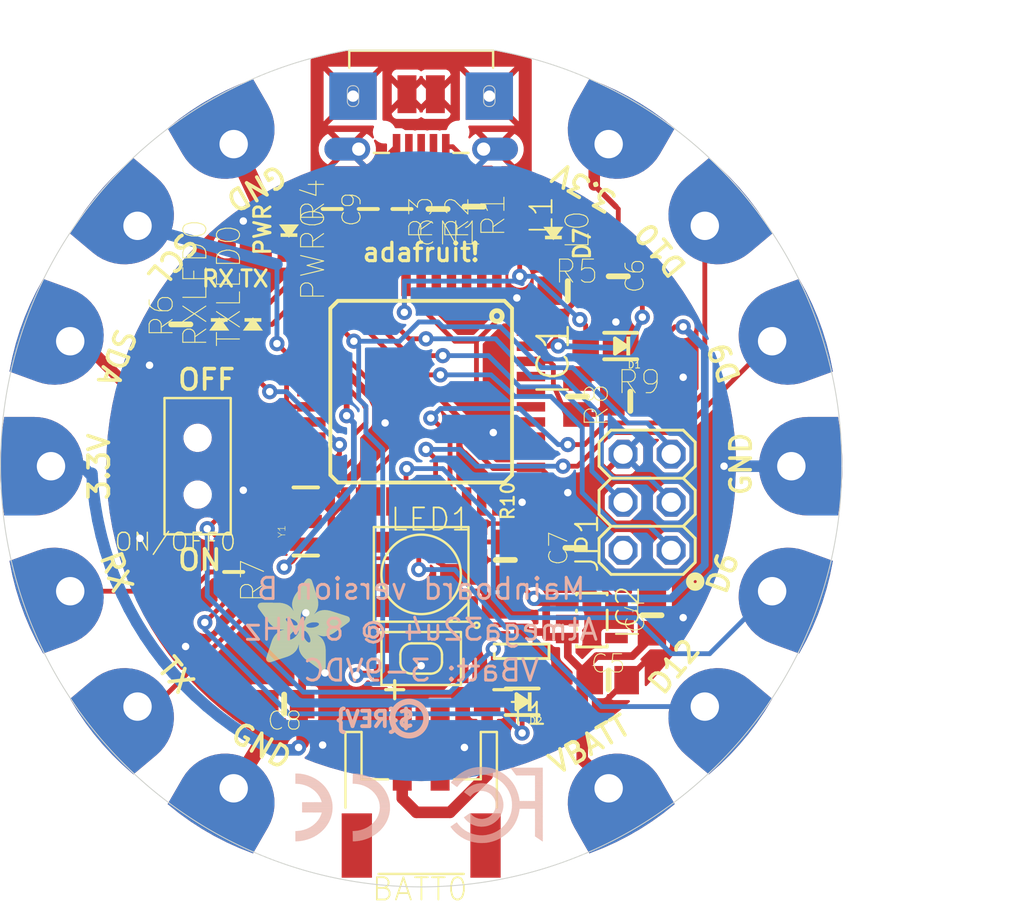
<source format=kicad_pcb>
(kicad_pcb (version 20221018) (generator pcbnew)
  (layers (0 "F.Cu" signal) (1 "In1.Cu" signal) (2 "In2.Cu" signal) (3 "In3.Cu" signal) (4 "In4.Cu" signal) (5 "In5.Cu" signal) (6 "In6.Cu" signal) (7 "In7.Cu" signal) (8 "In8.Cu" signal) (9 "In9.Cu" signal) (10 "In10.Cu" signal) (11 "In11.Cu" signal) (12 "In12.Cu" signal) (13 "In13.Cu" signal) (14 "In14.Cu" signal) (31 "B.Cu" signal) (34 "B.Paste" user) (35 "F.Paste" user) (36 "B.SilkS" user "B.Silkscreen") (37 "F.SilkS" user "F.Silkscreen") (38 "B.Mask" user) (39 "F.Mask" user) (44 "Edge.Cuts" user))
  (net 0 "")
  (net 1 "N$3")
  (net 2 "N$4")
  (net 3 "GND")
  (net 4 "+5V")
  (net 5 "MOSI")
  (net 6 "MISO")
  (net 7 "SCK")
  (net 8 "RST")
  (net 9 "N$9")
  (net 10 "N$8")
  (net 11 "+3V3")
  (net 12 "N$1")
  (net 13 "PC6")
  (net 14 "PC7")
  (net 15 "IO10*")
  (net 16 "IO9*")
  (net 17 "RXLED/SS")
  (net 18 "TXLED")
  (net 19 "D1/TX")
  (net 20 "D0/RX")
  (net 21 "PD1")
  (net 22 "PD0")
  (net 23 "N$10")
  (net 24 "D7")
  (net 25 "N$2")
  (net 26 "N$5")
  (net 27 "VCC")
  (net 28 "VBUS")
  (net 29 "N$7")
  (net 30 "N$11")
  (net 31 "N$12")
  (net 32 "N$6")
  (net 33 "N$13")
  (net 34 "D6*")
  (net 35 "IO12*")
  (net 36 "A5")
  (net 37 "N$14")
  (net 38 "N$15")
  (net 39 "NEOPIX")
  (footprint "working:CHIPLED_0805_NOOUTLINE" (layer "F.Cu") (at 139.6111 97.3836)
    (fp_text reference "TXLED0")
    (fp_text value "YELLOW")
  )
  (footprint "working:0805-NO" (layer "F.Cu") (at 151.2951 91.1606 -90)
    (fp_text reference "R1")
    (fp_text value "22")
  )
  (footprint "working:EG1390" (layer "F.Cu") (at 136.6901 104.8766 90)
    (fp_text reference "ON/OFF0")
    (fp_text value "EG1390")
  )
  (footprint "working:_0805MP" (layer "F.Cu") (at 143.8021 91.2876 90)
    (fp_text reference "R4")
    (fp_text value "1K")
  )
  (footprint "working:SOT23-5L" (layer "F.Cu") (at 157.5181 113.0046 -90)
    (fp_text reference "IC2")
    (fp_text value "MIC5225-3.3V")
  )
  (footprint "working:SEWINGTAP_2.0" (layer "F.Cu") (at 133.5151 117.5766 130)
    (fp_text reference "TX0" hide)
    (fp_text value "SEWTAP-2.0IN" hide)
  )
  (footprint "working:0805-NO" (layer "F.Cu") (at 158.9151 94.8436 -90)
    (fp_text reference "C6")
    (fp_text value "10uF")
  )
  (footprint "working:CHIPLED_0805_NOOUTLINE" (layer "F.Cu") (at 137.8331 97.3836)
    (fp_text reference "RXLED0")
    (fp_text value "YELLOW")
  )
  (footprint "working:0805-NO" (layer "F.Cu") (at 160.6931 112.7506 90)
    (fp_text reference "C4")
    (fp_text value "10uF")
  )
  (footprint "working:0805-NO" (layer "F.Cu") (at 141.2621 117.4496 180)
    (fp_text reference "C8")
    (fp_text value "10uF")
  )
  (footprint "working:FIDUCIAL_1MM" (layer "F.Cu") (at 138.3411 116.3066)
    (fp_text reference "U$2" hide)
    (fp_text value "FIDUCIAL\"\"" hide)
  )
  (footprint "working:SEWINGTAP_2.0" (layer "F.Cu") (at 129.9591 111.4806 110)
    (fp_text reference "RX0" hide)
    (fp_text value "SEWTAP-2.0IN" hide)
  )
  (footprint "working:ADAFRUIT_5MM" (layer "F.Cu") (at 139.8651 115.6716)
    (fp_text reference "U$1" hide)
    (fp_text value "" hide)
  )
  (footprint "working:SEWINGTAP_2.0" (layer "F.Cu") (at 128.9431 104.8766 90)
    (fp_text reference "UNK3.3VTAP0" hide)
    (fp_text value "SEWTAP-2.0IN" hide)
  )
  (footprint "working:SEWINGTAP_2.0" (layer "F.Cu") (at 158.4071 87.8586 -30)
    (fp_text reference "UNK3V3TAP2" hide)
    (fp_text value "SEWTAP-2.0IN" hide)
  )
  (footprint "working:RESONATOR-SMD" (layer "F.Cu") (at 142.4051 107.7976 90)
    (fp_text reference "Y1")
    (fp_text value "8MHz")
  )
  (footprint "working:SEWINGTAP_2.0" (layer "F.Cu") (at 158.4071 121.8946 -150)
    (fp_text reference "VCC2" hide)
    (fp_text value "SEWTAP-2.0IN" hide)
  )
  (footprint "working:SEWINGTAP_2.0" (layer "F.Cu") (at 168.0591 104.8766 -90)
    (fp_text reference "GNDTAP0" hide)
    (fp_text value "SEWTAP-2.0IN" hide)
  )
  (footprint "working:SEWINGTAP_2.0" (layer "F.Cu") (at 138.5951 121.8946 150)
    (fp_text reference "GNDTAP2" hide)
    (fp_text value "SEWTAP-2.0IN" hide)
  )
  (footprint "working:FIDUCIAL_1MM" (layer "F.Cu") (at 138.2141 93.1926)
    (fp_text reference "U$3" hide)
    (fp_text value "FIDUCIAL\"\"" hide)
  )
  (footprint "working:_0805MP" (layer "F.Cu") (at 138.5951 110.4646 -90)
    (fp_text reference "R7")
    (fp_text value "10K")
  )
  (footprint "working:2X03" (layer "F.Cu") (at 160.4391 106.7816 90)
    (fp_text reference "JP1")
    (fp_text value "ICSP")
  )
  (footprint "working:SEWINGTAP_2.0" (layer "F.Cu") (at 129.9591 98.2726 70)
    (fp_text reference "SDA0" hide)
    (fp_text value "SEWTAP-2.0IN" hide)
  )
  (footprint "working:0805-NO" (layer "F.Cu") (at 156.7561 101.1936 -90)
    (fp_text reference "R8")
    (fp_text value "150K")
  )
  (footprint "working:SEWINGTAP_2.0" (layer "F.Cu") (at 138.5951 87.8586 30)
    (fp_text reference "GND3TAP0" hide)
    (fp_text value "SEWTAP-2.0IN" hide)
  )
  (footprint "working:SEWINGTAP_2.0" (layer "F.Cu") (at 167.0431 111.4806 -110)
    (fp_text reference "D6" hide)
    (fp_text value "SEWTAP-2.0IN" hide)
  )
  (footprint "working:SEWINGTAP_2.0" (layer "F.Cu") (at 167.0431 98.2726 -70)
    (fp_text reference "IO9" hide)
    (fp_text value "SEWTAP-2.0IN" hide)
  )
  (footprint "working:SOD-123" (layer "F.Cu") (at 153.8351 117.3226 180)
    (fp_text reference "D2")
    (fp_text value "SCHOTTKY")
  )
  (footprint "working:4UCONN_20329" (layer "F.Cu") (at 148.5011 87.2236 180)
    (fp_text reference "CN1")
    (fp_text value "MiniB USB")
    (fp_line (start -3.9 2.2) (end -3.9 1.6) (stroke (width 0.05)) (layer "Edge.Cuts"))
    (fp_line (start -3.3 1.6) (end -3.3 2.2) (stroke (width 0.05)) (layer "Edge.Cuts"))
    (fp_line (start 3.3 2.2) (end 3.3 1.6) (stroke (width 0.05)) (layer "Edge.Cuts"))
    (fp_line (start 3.9 1.6) (end 3.9 2.2) (stroke (width 0.05)) (layer "Edge.Cuts"))
    (fp_arc (start -3.9 1.6) (mid -3.801777 1.412868) (end -3.6 1.35) (stroke (width 0.05)) (layer "Edge.Cuts"))
    (fp_arc (start -3.6 1.35) (mid -3.398223 1.412868) (end -3.3 1.6) (stroke (width 0.05)) (layer "Edge.Cuts"))
    (fp_arc (start -3.6 2.45) (mid -3.801777 2.387132) (end -3.9 2.2) (stroke (width 0.05)) (layer "Edge.Cuts"))
    (fp_arc (start -3.3 2.2) (mid -3.398223 2.387132) (end -3.6 2.45) (stroke (width 0.05)) (layer "Edge.Cuts"))
    (fp_arc (start 3.3 1.6) (mid 3.398223 1.412868) (end 3.6 1.35) (stroke (width 0.05)) (layer "Edge.Cuts"))
    (fp_arc (start 3.6 1.35) (mid 3.801777 1.412868) (end 3.9 1.6) (stroke (width 0.05)) (layer "Edge.Cuts"))
    (fp_arc (start 3.6 2.45) (mid 3.398223 2.387132) (end 3.3 2.2) (stroke (width 0.05)) (layer "Edge.Cuts"))
    (fp_arc (start 3.9 2.2) (mid 3.801777 2.387132) (end 3.6 2.45) (stroke (width 0.05)) (layer "Edge.Cuts"))
  )
  (footprint "working:WS2812" (layer "F.Cu") (at 148.5011 110.5916)
    (fp_text reference "LED1")
    (fp_text value "WS2812")
  )
  (footprint "working:KMR2" (layer "F.Cu") (at 148.5011 115.0366 180)
    (fp_text reference "BOOT0" hide)
    (fp_text value "SPST_TACT-KMR2" hide)
  )
  (footprint "working:_0805MP" (layer "F.Cu") (at 145.7071 91.2876 90)
    (fp_text reference "C9")
    (fp_text value "10uF")
  )
  (footprint "working:0805-NO" (layer "F.Cu") (at 159.5501 101.4476)
    (fp_text reference "R9")
    (fp_text value "10K")
  )
  (footprint "working:0805-NO" (layer "F.Cu") (at 156.2481 95.6056)
    (fp_text reference "R5")
    (fp_text value "1K")
  )
  (footprint "working:_0805MP" (layer "F.Cu") (at 147.4851 91.2876 -90)
    (fp_text reference "R3")
    (fp_text value "1K")
  )
  (footprint "working:CHIPLED_0805_NOOUTLINE" (layer "F.Cu") (at 155.4861 92.5576 180)
    (fp_text reference "L0")
    (fp_text value "RED")
  )
  (footprint "working:SEWINGTAP_2.0" (layer "F.Cu") (at 133.5151 92.1766 50)
    (fp_text reference "SCL0" hide)
    (fp_text value "SEWTAP-2.0IN" hide)
  )
  (footprint "working:SOD-123" (layer "F.Cu") (at 159.0421 98.5266 180)
    (fp_text reference "D1")
    (fp_text value "SCHOTTKY")
  )
  (footprint "working:JST-PH-2-SMT-RA" (layer "F.Cu") (at 148.5011 123.4186 180)
    (fp_text reference "BATT0")
    (fp_text value "3-9VDC")
  )
  (footprint "working:FIDUCIAL_1MM" (layer "F.Cu") (at 161.4551 96.2406)
    (fp_text reference "U$6" hide)
    (fp_text value "FIDUCIAL\"\"" hide)
  )
  (footprint "working:CHIPLED_0805_NOOUTLINE" (layer "F.Cu") (at 141.5161 92.4306 180)
    (fp_text reference "PWR0")
    (fp_text value "GREEN")
  )
  (footprint "working:0805-NO" (layer "F.Cu") (at 135.8011 97.3836 90)
    (fp_text reference "R6")
    (fp_text value "1K")
  )
  (footprint "working:0805-NO" (layer "F.Cu") (at 152.9461 109.8296 90)
    (fp_text reference "R10")
    (fp_text value "2.2K")
  )
  (footprint "working:R1206" (layer "F.Cu") (at 153.7081 91.9226 -90)
    (fp_text reference "L1")
    (fp_text value "500mA")
  )
  (footprint "working:0805-NO" (layer "F.Cu") (at 149.3901 91.2876 -90)
    (fp_text reference "R2")
    (fp_text value "22")
  )
  (footprint "working:SEWINGTAP_2.0" (layer "F.Cu") (at 163.4871 117.5766 -130)
    (fp_text reference "IO12" hide)
    (fp_text value "SEWTAP-2.0IN" hide)
  )
  (footprint "working:0805-NO" (layer "F.Cu") (at 156.6291 109.1946 90)
    (fp_text reference "C7")
    (fp_text value "10uF")
  )
  (footprint "working:SOT-23" (layer "F.Cu") (at 153.8351 114.6556 180)
    (fp_text reference "T1")
    (fp_text value "DMG3415")
  )
  (footprint "working:0805-NO" (layer "F.Cu") (at 158.4071 116.1796)
    (fp_text reference "C5")
    (fp_text value "10uF")
  )
  (footprint "working:SEWINGTAP_2.0" (layer "F.Cu") (at 163.4871 92.1766 -50)
    (fp_text reference "IO10" hide)
    (fp_text value "SEWTAP-2.0IN" hide)
  )
  (footprint "working:TQFP44" (layer "F.Cu") (at 148.5011 100.9396 -90)
    (fp_text reference "IC1")
    (fp_text value "ATMEGA32U4-AU")
  )
  (footprint "working:SYMBOL_CE_5MM" (layer "B.Cu") (at 146.8501 124.6886 180)
    (fp_text reference "U$8" hide)
    (fp_text value "" hide)
  )
  (footprint "working:PCBFEAT-REV-040" (layer "B.Cu") (at 147.8661 118.2116 180)
    (fp_text reference "U$5" hide)
    (fp_text value "" hide)
  )
  (footprint "working:SYMBOL_FCC_5MM" (layer "B.Cu") (at 154.9781 124.8156 180)
    (fp_text reference "U$7" hide)
    (fp_text value "" hide)
  )
  (footprint "working:FLORAMED" (layer "B.Cu") (at 160.1851 102.9716 180)
    (fp_text reference "U$4" hide)
    (fp_text value "" hide)
  )
  (gr_circle (center 162.9791 110.9726) (end 163.263 110.9726) (stroke (width 0.4064)) (fill none) (layer "F.SilkS"))
  (gr_arc (start 152.4381 82.9056) (mid 165.580495 90.562956) (end 170.7261 104.8766) (stroke (width 0.05)) (layer "Edge.Cuts"))
  (gr_line (start 144.5641 82.9056) (end 152.4381 82.9056) (stroke (width 0.05)) (layer "Edge.Cuts"))
  (gr_arc (start 126.2761 104.8766) (mid 131.421705 90.562956) (end 144.5641 82.9056) (stroke (width 0.05)) (layer "Edge.Cuts"))
  (gr_arc (start 170.7261 104.8766) (mid 164.216548 120.592048) (end 148.5011 127.1016) (stroke (width 0.05)) (layer "Edge.Cuts"))
  (gr_arc (start 148.5011 127.1016) (mid 132.785652 120.592048) (end 126.2761 104.8766) (stroke (width 0.05)) (layer "Edge.Cuts"))
  (gr_text "Atmega32u4 @ 8 MHz" (at 148.5011 113.5126) (layer "B.SilkS") (effects (font (size 1.1176 1.1176) (thickness 0.1524)) (justify mirror)))
  (gr_text "Mainboard version B" (at 148.5011 111.3536) (layer "B.SilkS") (effects (font (size 1.1176 1.1176) (thickness 0.1524)) (justify mirror)))
  (gr_text "VBatt: 3-9VDC" (at 148.5011 115.6716) (layer "B.SilkS") (effects (font (size 1.1176 1.1176) (thickness 0.1524)) (justify mirror)))
  (gr_text "RX" (at 136.8171 95.4786) (layer "F.SilkS") (effects (font (size 0.8636 0.8636) (thickness 0.1524)) (justify left bottom)))
  (gr_text "GND" (at 141.8971 119.9896 330) (layer "F.SilkS") (effects (font (size 1.0795 1.0795) (thickness 0.1905)) (justify right top)))
  (gr_text "D6" (at 164.2491 109.1946 70) (layer "F.SilkS") (effects (font (size 1.0795 1.0795) (thickness 0.1905)) (justify right top)))
  (gr_text "PWR" (at 140.6271 93.8276 90) (layer "F.SilkS") (effects (font (size 0.8636 0.8636) (thickness 0.1524)) (justify left bottom)))
  (gr_text "D9" (at 165.5191 100.3046 110) (layer "F.SilkS") (effects (font (size 1.0795 1.0795) (thickness 0.1905)) (justify left bottom)))
  (gr_text "GND" (at 166.0271 106.5276 90) (layer "F.SilkS") (effects (font (size 1.0795 1.0795) (thickness 0.1905)) (justify left bottom)))
  (gr_text "VBATT" (at 159.1691 117.8306 30) (layer "F.SilkS") (effects (font (size 1.0795 1.0795) (thickness 0.1905)) (justify right top)))
  (gr_text "ON" (at 135.5471 110.4646) (layer "F.SilkS") (effects (font (size 1.0795 1.0795) (thickness 0.1905)) (justify left bottom)))
  (gr_text "TX" (at 138.8491 95.4786) (layer "F.SilkS") (effects (font (size 0.8636 0.8636) (thickness 0.1524)) (justify left bottom)))
  (gr_text "3.3V" (at 132.1181 106.7816 90) (layer "F.SilkS") (effects (font (size 1.0795 1.0795) (thickness 0.1905)) (justify left bottom)))
  (gr_text "SCL" (at 135.9281 92.3036 230) (layer "F.SilkS") (effects (font (size 1.0795 1.0795) (thickness 0.1905)) (justify left bottom)))
  (gr_text "OFF" (at 135.5471 100.9396) (layer "F.SilkS") (effects (font (size 1.0795 1.0795) (thickness 0.1905)) (justify left bottom)))
  (gr_text "D12" (at 162.4711 113.7666 50) (layer "F.SilkS") (effects (font (size 1.0795 1.0795) (thickness 0.1905)) (justify right top)))
  (gr_text "D7" (at 156.5021 92.1766 90) (layer "F.SilkS") (effects (font (size 0.8636 0.8636) (thickness 0.1524)) (justify right top)))
  (gr_text "RX" (at 133.3881 111.3536 290) (layer "F.SilkS") (effects (font (size 1.0795 1.0795) (thickness 0.1905)) (justify right top)))
  (gr_text "TX" (at 136.6901 116.3066 310) (layer "F.SilkS") (effects (font (size 1.0795 1.0795) (thickness 0.1905)) (justify right top)))
  (gr_text "GND" (at 141.0081 88.7476 210) (layer "F.SilkS") (effects (font (size 1.0795 1.0795) (thickness 0.1905)) (justify left bottom)))
  (gr_text "3.3V" (at 159.0421 90.5256 150) (layer "F.SilkS") (effects (font (size 1.0795 1.0795) (thickness 0.1905)) (justify left bottom)))
  (gr_text "adafruit!" (at 148.5011 93.5736) (layer "F.SilkS") (effects (font (size 0.97155 0.97155) (thickness 0.17145))))
  (gr_text "SDA" (at 132.3721 97.3836 250) (layer "F.SilkS") (effects (font (size 1.0795 1.0795) (thickness 0.1905)) (justify left bottom)))
  (gr_text "D10" (at 162.7251 94.3356 130) (layer "F.SilkS") (effects (font (size 1.0795 1.0795) (thickness 0.1905)) (justify left bottom)))
  (segment (start 150.9011 92.3776) (end 151.2951 92.1106) (width 0.254) (layer "F.Cu") (net 1))
  (segment (start 151.2951 93.7006) (end 151.2951 92.1106) (width 0.254) (layer "F.Cu") (net 1))
  (segment (start 150.9011 95.1396) (end 150.9011 94.0946) (width 0.254) (layer "F.Cu") (net 1))
  (segment (start 150.9011 94.0946) (end 151.2951 93.7006) (width 0.254) (layer "F.Cu") (net 1))
  (segment (start 149.6441 92.4916) (end 149.3901 92.2376) (width 0.254) (layer "F.Cu") (net 2))
  (segment (start 149.6441 92.6846) (end 149.6441 92.4916) (width 0.254) (layer "F.Cu") (net 2))
  (segment (start 150.2791 93.3196) (end 150.2791 93.5736) (width 0.254) (layer "F.Cu") (net 2))
  (segment (start 150.2791 93.3196) (end 149.6441 92.6846) (width 0.254) (layer "F.Cu") (net 2))
  (segment (start 150.0251 93.8276) (end 150.0251 95.0636) (width 0.254) (layer "F.Cu") (net 2))
  (segment (start 150.2791 93.5736) (end 150.0251 93.8276) (width 0.254) (layer "F.Cu") (net 2))
  (segment (start 150.0251 95.0636) (end 150.1011 95.1396) (width 0.254) (layer "F.Cu") (net 2))
  (segment (start 138.5951 121.8946) (end 140.3731 118.9736) (width 0.8128) (layer "F.Cu") (net 3))
  (segment (start 138.5951 87.8586) (end 140.1191 91.1606) (width 1.016) (layer "F.Cu") (net 3))
  (segment (start 138.5951 87.8586) (end 139.4841 87.8586) (width 0.6096) (layer "F.Cu") (net 3))
  (segment (start 140.3731 119.1006) (end 140.3731 118.9736) (width 0.6096) (layer "F.Cu") (net 3))
  (segment (start 140.3731 118.9736) (end 140.3731 117.4496) (width 0.6096) (layer "F.Cu") (net 3))
  (segment (start 140.1191 91.1606) (end 139.1031 91.9226) (width 1.016) (layer "F.Cu") (net 3))
  (segment (start 140.3731 117.4496) (end 140.3121 117.4496) (width 0.6096) (layer "F.Cu") (net 3))
  (via (at 158.7881 97.2566) (size 0.8001) (drill 0.3937) (layers "F.Cu" "B.Cu") (net 3))
  (via (at 150.7871 119.7356) (size 0.8001) (drill 0.3937) (layers "F.Cu" "B.Cu") (net 3))
  (via (at 153.8351 106.7816) (size 0.8001) (drill 0.3937) (layers "F.Cu" "B.Cu") (net 3))
  (via (at 134.1501 99.5426) (size 0.8001) (drill 0.3937) (layers "F.Cu" "B.Cu") (net 3))
  (via (at 133.6421 108.6866) (size 0.8001) (drill 0.3937) (layers "F.Cu" "B.Cu") (net 3))
  (via (at 153.5557 95.9866) (size 0.8001) (drill 0.3937) (layers "F.Cu" "B.Cu") (net 3))
  (via (at 142.4051 112.6236) (size 0.8001) (drill 0.3937) (layers "F.Cu" "B.Cu") (net 3))
  (via (at 143.4211 115.7986) (size 0.8001) (drill 0.3937) (layers "F.Cu" "B.Cu") (net 3))
  (via (at 146.5961 102.5906) (size 0.8001) (drill 0.3937) (layers "F.Cu" "B.Cu") (net 3))
  (via (at 152.3111 103.0986) (size 0.8001) (drill 0.3937) (layers "F.Cu" "B.Cu") (net 3))
  (via (at 139.1031 106.1466) (size 0.8001) (drill 0.3937) (layers "F.Cu" "B.Cu") (net 3))
  (via (at 143.2941 119.6086) (size 0.8001) (drill 0.3937) (layers "F.Cu" "B.Cu") (net 3))
  (via (at 162.3441 112.8776) (size 0.8001) (drill 0.3937) (layers "F.Cu" "B.Cu") (net 3))
  (via (at 136.0551 114.4016) (size 0.8001) (drill 0.3937) (layers "F.Cu" "B.Cu") (net 3))
  (via (at 164.5031 104.8766) (size 0.8001) (drill 0.3937) (layers "F.Cu" "B.Cu") (net 3))
  (via (at 148.5011 115.4176) (size 0.8001) (drill 0.3937) (layers "F.Cu" "B.Cu") (net 3))
  (via (at 156.2481 106.2736) (size 0.8001) (drill 0.3937) (layers "F.Cu" "B.Cu") (net 3))
  (via (at 162.3441 100.1776) (size 0.8001) (drill 0.3937) (layers "F.Cu" "B.Cu") (net 3))
  (via (at 139.1031 91.9226) (size 0.8001) (drill 0.3937) (layers "F.Cu" "B.Cu") (net 3))
  (segment (start 164.7571 104.8766) (end 168.0591 104.8766) (width 0.6096) (layer "B.Cu") (net 3))
  (segment (start 147.7011 94.2976) (end 147.7011 95.1396) (width 0.254) (layer "F.Cu") (net 4))
  (segment (start 147.6121 95.1396) (end 147.6121 96.7486) (width 0.254) (layer "F.Cu") (net 4))
  (segment (start 157.1921 97.4386) (end 157.1921 98.5266) (width 0.254) (layer "F.Cu") (net 4))
  (segment (start 153.7081 94.8436) (end 153.7081 93.3446) (width 0.254) (layer "F.Cu") (net 4))
  (segment (start 156.8831 97.1296) (end 157.1921 97.4386) (width 0.254) (layer "F.Cu") (net 4))
  (segment (start 156.8831 98.2726) (end 157.1921 98.5266) (width 0.254) (layer "F.Cu") (net 4))
  (segment (start 147.7011 95.1396) (end 147.6121 95.1396) (width 0.254) (layer "F.Cu") (net 4))
  (segment (start 147.7011 94.2976) (end 145.7071 92.3036) (width 0.254) (layer "F.Cu") (net 4))
  (via (at 147.6121 96.7486) (size 0.8001) (drill 0.3937) (layers "F.Cu" "B.Cu") (net 4))
  (via (at 153.7081 94.8436) (size 0.8001) (drill 0.3937) (layers "F.Cu" "B.Cu") (net 4))
  (via (at 156.8831 97.1296) (size 0.8001) (drill 0.3937) (layers "F.Cu" "B.Cu") (net 4))
  (segment (start 147.6121 95.0976) (end 153.4541 95.0976) (width 0.254) (layer "B.Cu") (net 4))
  (segment (start 154.4701 94.8436) (end 156.8831 97.1296) (width 0.254) (layer "B.Cu") (net 4))
  (segment (start 153.8351 95.2246) (end 153.7081 94.8436) (width 0.254) (layer "B.Cu") (net 4))
  (segment (start 153.4541 95.0976) (end 153.8351 95.2246) (width 0.254) (layer "B.Cu") (net 4))
  (segment (start 153.7081 94.8436) (end 154.4701 94.8436) (width 0.254) (layer "B.Cu") (net 4))
  (segment (start 147.6121 96.7486) (end 147.6121 95.0976) (width 0.254) (layer "B.Cu") (net 4))
  (segment (start 145.3011 96.4696) (end 147.8661 99.0346) (width 0.254) (layer "F.Cu") (net 5))
  (segment (start 147.8661 99.0346) (end 149.6441 99.0346) (width 0.254) (layer "F.Cu") (net 5))
  (segment (start 145.3011 95.1396) (end 145.3011 96.4696) (width 0.254) (layer "F.Cu") (net 5))
  (via (at 149.6441 99.0346) (size 0.8001) (drill 0.3937) (layers "F.Cu" "B.Cu") (net 5))
  (segment (start 157.5181 102.4636) (end 155.7401 100.6856) (width 0.254) (layer "B.Cu") (net 5))
  (segment (start 153.7081 100.6856) (end 152.0571 99.0346) (width 0.254) (layer "B.Cu") (net 5))
  (segment (start 157.5181 105.1306) (end 159.1691 106.7816) (width 0.254) (layer "B.Cu") (net 5))
  (segment (start 155.7401 100.6856) (end 153.7081 100.6856) (width 0.254) (layer "B.Cu") (net 5))
  (segment (start 152.0571 99.0346) (end 149.6441 99.0346) (width 0.254) (layer "B.Cu") (net 5))
  (segment (start 157.5181 102.4636) (end 157.5181 105.1306) (width 0.254) (layer "B.Cu") (net 5))
  (segment (start 144.5011 95.1396) (end 144.4591 95.0976) (width 0.254) (layer "F.Cu") (net 6))
  (segment (start 144.4371 96.4946) (end 147.9931 100.0506) (width 0.254) (layer "F.Cu") (net 6))
  (segment (start 144.4591 95.0976) (end 144.4371 95.0976) (width 0.254) (layer "F.Cu") (net 6))
  (segment (start 144.4371 95.0976) (end 144.4371 96.4946) (width 0.254) (layer "F.Cu") (net 6))
  (segment (start 147.9931 100.0506) (end 149.5171 100.0506) (width 0.254) (layer "F.Cu") (net 6))
  (via (at 149.5171 100.0506) (size 0.8001) (drill 0.3937) (layers "F.Cu" "B.Cu") (net 6))
  (segment (start 157.0101 106.2736) (end 158.7881 108.0516) (width 0.254) (layer "B.Cu") (net 6))
  (segment (start 158.7881 108.0516) (end 160.5661 108.0516) (width 0.254) (layer "B.Cu") (net 6))
  (segment (start 157.0101 102.8446) (end 155.3591 101.1936) (width 0.254) (layer "B.Cu") (net 6))
  (segment (start 161.7091 109.1946) (end 161.7091 109.3216) (width 0.254) (layer "B.Cu") (net 6))
  (segment (start 160.5661 108.0516) (end 161.7091 109.1946) (width 0.254) (layer "B.Cu") (net 6))
  (segment (start 157.0101 102.8446) (end 157.0101 106.2736) (width 0.254) (layer "B.Cu") (net 6))
  (segment (start 153.4541 101.1936) (end 152.1841 100.0506) (width 0.254) (layer "B.Cu") (net 6))
  (segment (start 155.3591 101.1936) (end 153.4541 101.1936) (width 0.254) (layer "B.Cu") (net 6))
  (segment (start 152.1841 100.0506) (end 149.5171 100.0506) (width 0.254) (layer "B.Cu") (net 6))
  (segment (start 146.1011 96.3806) (end 146.1011 95.1396) (width 0.254) (layer "F.Cu") (net 7))
  (segment (start 147.8661 98.1456) (end 146.1011 96.3806) (width 0.254) (layer "F.Cu") (net 7))
  (segment (start 148.7551 98.1456) (end 147.8661 98.1456) (width 0.254) (layer "F.Cu") (net 7))
  (via (at 148.7551 98.1456) (size 0.8001) (drill 0.3937) (layers "F.Cu" "B.Cu") (net 7))
  (segment (start 161.7091 106.6546) (end 161.7091 106.7816) (width 0.254) (layer "B.Cu") (net 7))
  (segment (start 148.7551 98.1456) (end 152.4381 98.1456) (width 0.254) (layer "B.Cu") (net 7))
  (segment (start 152.4381 98.1456) (end 154.3431 100.1776) (width 0.254) (layer "B.Cu") (net 7))
  (segment (start 155.9941 100.1776) (end 158.0261 102.2096) (width 0.254) (layer "B.Cu") (net 7))
  (segment (start 158.0261 102.2096) (end 158.0261 104.8766) (width 0.254) (layer "B.Cu") (net 7))
  (segment (start 158.0261 104.8766) (end 158.6611 105.5116) (width 0.254) (layer "B.Cu") (net 7))
  (segment (start 154.3431 100.1776) (end 155.9941 100.1776) (width 0.254) (layer "B.Cu") (net 7))
  (segment (start 158.6611 105.5116) (end 160.5661 105.5116) (width 0.254) (layer "B.Cu") (net 7))
  (segment (start 160.5661 105.5116) (end 161.7091 106.6546) (width 0.254) (layer "B.Cu") (net 7))
  (segment (start 149.6441 116.5606) (end 150.3681 115.8366) (width 0.3048) (layer "F.Cu") (net 8))
  (segment (start 150.5331 115.8366) (end 150.5011 115.8366) (width 0.3048) (layer "F.Cu") (net 8))
  (segment (start 147.2251 116.5606) (end 149.6441 116.5606) (width 0.3048) (layer "F.Cu") (net 8))
  (segment (start 145.0721 115.8366) (end 146.5011 115.8366) (width 0.3048) (layer "F.Cu") (net 8))
  (segment (start 145.0721 115.9256) (end 145.0721 115.8366) (width 0.3048) (layer "F.Cu") (net 8))
  (segment (start 150.3681 115.8366) (end 150.5011 115.8366) (width 0.3048) (layer "F.Cu") (net 8))
  (segment (start 150.5331 115.8366) (end 150.5331 115.9256) (width 0.3048) (layer "F.Cu") (net 8))
  (segment (start 146.5011 115.8366) (end 146.3421 115.8366) (width 0.3048) (layer "F.Cu") (net 8))
  (segment (start 146.5011 115.8366) (end 147.2251 116.5606) (width 0.3048) (layer "F.Cu") (net 8))
  (segment (start 144.4121 97.7396) (end 142.7011 97.7396) (width 0.254) (layer "F.Cu") (net 8))
  (segment (start 144.9451 98.2726) (end 144.4121 97.7396) (width 0.254) (layer "F.Cu") (net 8))
  (segment (start 145.0721 115.9256) (end 145.1991 115.7986) (width 0.254) (layer "F.Cu") (net 8))
  (segment (start 146.3421 115.8366) (end 146.3421 115.6716) (width 0.4064) (layer "F.Cu") (net 8))
  (via (at 145.0721 115.9256) (size 0.8001) (drill 0.3937) (layers "F.Cu" "B.Cu") (net 8))
  (via (at 144.9451 98.2726) (size 0.8001) (drill 0.3937) (layers "F.Cu" "B.Cu") (net 8))
  (segment (start 159.4231 102.5906) (end 160.4391 102.5906) (width 0.254) (layer "B.Cu") (net 8))
  (segment (start 148.3741 97.2566) (end 147.3581 98.2726) (width 0.254) (layer "B.Cu") (net 8))
  (segment (start 145.1991 101.3206) (end 145.5801 101.7016) (width 0.254) (layer "B.Cu") (net 8))
  (segment (start 160.4391 102.5906) (end 161.8361 103.9876) (width 0.254) (layer "B.Cu") (net 8))
  (segment (start 161.8361 104.3686) (end 161.7091 104.2416) (width 0.254) (layer "B.Cu") (net 8))
  (segment (start 154.8511 99.6696) (end 156.5021 99.6696) (width 0.254) (layer "B.Cu") (net 8))
  (segment (start 156.5021 99.6696) (end 159.4231 102.5906) (width 0.254) (layer "B.Cu") (net 8))
  (segment (start 147.3581 98.2726) (end 144.9451 98.2726) (width 0.254) (layer "B.Cu") (net 8))
  (segment (start 146.4691 115.6716) (end 146.2151 115.9256) (width 0.254) (layer "B.Cu") (net 8))
  (segment (start 144.9451 98.2726) (end 145.1991 98.5266) (width 0.254) (layer "B.Cu") (net 8))
  (segment (start 149.6441 97.5106) (end 149.3901 97.2566) (width 0.254) (layer "B.Cu") (net 8))
  (segment (start 154.8511 99.6696) (end 152.6921 97.5106) (width 0.254) (layer "B.Cu") (net 8))
  (segment (start 145.1991 98.5266) (end 145.1991 101.3206) (width 0.254) (layer "B.Cu") (net 8))
  (segment (start 146.4691 103.9876) (end 146.4691 115.6716) (width 0.254) (layer "B.Cu") (net 8))
  (segment (start 145.5801 103.0986) (end 146.4691 103.9876) (width 0.254) (layer "B.Cu") (net 8))
  (segment (start 146.2151 115.9256) (end 145.0721 115.9256) (width 0.254) (layer "B.Cu") (net 8))
  (segment (start 145.5801 101.7016) (end 145.5801 103.0986) (width 0.254) (layer "B.Cu") (net 8))
  (segment (start 161.8361 103.9876) (end 161.8361 104.3686) (width 0.254) (layer "B.Cu") (net 8))
  (segment (start 152.6921 97.5106) (end 149.6441 97.5106) (width 0.254) (layer "B.Cu") (net 8))
  (segment (start 149.3901 97.2566) (end 148.3741 97.2566) (width 0.254) (layer "B.Cu") (net 8))
  (segment (start 144.9451 98.2726) (end 144.9451 98.0186) (width 0.254) (layer "B.Cu") (net 8))
  (segment (start 144.9451 103.2256) (end 144.9451 104.4956) (width 0.254) (layer "F.Cu") (net 9))
  (segment (start 143.0081 106.6166) (end 143.3891 106.0516) (width 0.254) (layer "F.Cu") (net 9))
  (segment (start 144.0561 100.1776) (end 142.7861 100.1776) (width 0.3048) (layer "F.Cu") (net 9))
  (segment (start 145.4531 101.5746) (end 145.5801 101.8286) (width 0.254) (layer "F.Cu") (net 9))
  (segment (start 142.7861 100.1776) (end 142.7481 100.1396) (width 0.3048) (layer "F.Cu") (net 9))
  (segment (start 145.4531 101.5746) (end 144.0561 100.1776) (width 0.254) (layer "F.Cu") (net 9))
  (segment (start 145.5801 101.8286) (end 145.5801 102.5906) (width 0.254) (layer "F.Cu") (net 9))
  (segment (start 142.7481 100.1396) (end 142.7011 100.1396) (width 0.3048) (layer "F.Cu") (net 9))
  (segment (start 142.4051 106.5976) (end 143.0081 106.6166) (width 0.254) (layer "F.Cu") (net 9))
  (segment (start 145.5801 102.5906) (end 144.9451 103.2256) (width 0.254) (layer "F.Cu") (net 9))
  (segment (start 144.9451 104.4956) (end 143.3891 106.0516) (width 0.254) (layer "F.Cu") (net 9))
  (segment (start 143.9291 100.9396) (end 142.7011 100.9396) (width 0.3048) (layer "F.Cu") (net 10))
  (segment (start 143.9291 100.9396) (end 144.5641 101.5746) (width 0.3048) (layer "F.Cu") (net 10))
  (segment (start 144.5641 101.5746) (end 144.5641 102.2096) (width 0.3048) (layer "F.Cu") (net 10))
  (segment (start 141.2621 110.2106) (end 141.7131 109.8866) (width 0.254) (layer "F.Cu") (net 10))
  (segment (start 141.7131 109.8866) (end 142.4051 108.9976) (width 0.254) (layer "F.Cu") (net 10))
  (via (at 141.2621 110.2106) (size 0.8001) (drill 0.3937) (layers "F.Cu" "B.Cu") (net 10))
  (via (at 144.5641 102.2096) (size 0.8001) (drill 0.3937) (layers "F.Cu" "B.Cu") (net 10))
  (segment (start 144.9451 102.5906) (end 144.9451 105.8926) (width 0.3048) (layer "B.Cu") (net 10))
  (segment (start 144.9451 105.8926) (end 141.2621 110.2106) (width 0.3048) (layer "B.Cu") (net 10))
  (segment (start 144.5641 102.2096) (end 144.9451 102.5906) (width 0.3048) (layer "B.Cu") (net 10))
  (segment (start 149.1128 100.9163) (end 149.112 100.9163) (width 0.3048) (layer "F.Cu") (net 11))
  (segment (start 149.1996 101.0031) (end 149.1128 100.9163) (width 0.3048) (layer "F.Cu") (net 11))
  (segment (start 145.3011 106.7396) (end 145.3011 107.6956) (width 0.4064) (layer "F.Cu") (net 11))
  (segment (start 158.7881 91.1606) (end 158.9151 91.2876) (width 0.254) (layer "F.Cu") (net 11))
  (segment (start 154.3431 97.0026) (end 154.3431 96.9816) (width 0.254) (layer "F.Cu") (net 11))
  (segment (start 142.2781 117.4496) (end 142.2121 117.4496) (width 0.6096) (layer "F.Cu") (net 11))
  (segment (start 151.4221 100.893) (end 149.1128 100.9163) (width 0.254) (layer "F.Cu") (net 11))
  (segment (start 154.4701 105.0036) (end 154.5971 104.8766) (width 0.254) (layer "F.Cu") (net 11))
  (segment (start 156.6291 110.2106) (end 156.6291 110.1446) (width 0.4064) (layer "F.Cu") (net 11))
  (segment (start 148.5011 96.4946) (end 148.5011 95.1396) (width 0.254) (layer "F.Cu") (net 11))
  (segment (start 154.3141 98.5266) (end 155.7401 98.5266) (width 0.254) (layer "F.Cu") (net 11))
  (segment (start 147.7391 103.4796) (end 145.3011 105.9176) (width 0.254) (layer "F.Cu") (net 11))
  (segment (start 157.6451 88.6206) (end 158.4071 87.8586) (width 0.6096) (layer "F.Cu") (net 11))
  (segment (start 154.3011 98.5396) (end 154.3141 98.5266) (width 0.254) (layer "F.Cu") (net 11))
  (segment (start 152.6921 97.0026) (end 154.3431 97.0026) (width 0.254) (layer "F.Cu") (net 11))
  (segment (start 150.2791 98.2726) (end 148.5011 96.4946) (width 0.254) (layer "F.Cu") (net 11))
  (segment (start 148.5011 93.4306) (end 147.6281 92.4306) (width 0.254) (layer "F.Cu") (net 11))
  (segment (start 154.3431 105.0036) (end 154.4701 105.0036) (width 0.254) (layer "F.Cu") (net 11))
  (segment (start 154.3431 96.9816) (end 154.3011 96.9396) (width 0.254) (layer "F.Cu") (net 11))
  (segment (start 142.2621 119.4976) (end 142.2121 119.4476) (width 0.6096) (layer "F.Cu") (net 11))
  (segment (start 154.3011 98.5396) (end 155.2191 98.5396) (width 0.254) (layer "F.Cu") (net 11))
  (segment (start 144.3101 112.8776) (end 142.2121 114.9756) (width 0.4064) (layer "F.Cu") (net 11))
  (segment (start 156.6291 110.2106) (end 155.7401 110.2106) (width 0.254) (layer "F.Cu") (net 11))
  (segment (start 154.3651 105.0036) (end 154.3011 104.9396) (width 0.254) (layer "F.Cu") (net 11))
  (segment (start 142.2781 117.4496) (end 142.2781 117.3226) (width 0.6096) (layer "F.Cu") (net 11))
  (segment (start 155.2321 96.8756) (end 154.3651 96.8756) (width 0.254) (layer "F.Cu") (net 11))
  (segment (start 160.1851 97.0026) (end 160.1851 94.6556) (width 0.254) (layer "F.Cu") (net 11))
  (segment (start 158.7881 91.1606) (end 157.6451 90.0176) (width 0.3048) (layer "F.Cu") (net 11))
  (segment (start 152.3111 105.0036) (end 151.0411 103.7336) (width 0.254) (layer "F.Cu") (net 11))
  (segment (start 145.3011 105.9176) (end 145.3011 106.7396) (width 0.254) (layer "F.Cu") (net 11))
  (segment (start 148.5011 95.1396) (end 148.5011 93.4306) (width 0.254) (layer "F.Cu") (net 11))
  (segment (start 147.6281 92.3196) (end 147.4851 92.3036) (width 0.254) (layer "F.Cu") (net 11))
  (segment (start 159.4231 93.8936) (end 158.9151 93.8936) (width 0.254) (layer "F.Cu") (net 11))
  (segment (start 142.2121 114.9756) (end 142.2121 117.4496) (width 0.4064) (layer "F.Cu") (net 11))
  (segment (start 154.3431 105.0036) (end 152.3111 105.0036) (width 0.254) (layer "F.Cu") (net 11))
  (segment (start 151.0411 103.7336) (end 151.0411 102.8446) (width 0.3048) (layer "F.Cu") (net 11))
  (segment (start 156.9081 110.1446) (end 156.6291 110.1446) (width 0.254) (layer "F.Cu") (net 11))
  (segment (start 145.3011 107.6956) (end 144.3101 108.6866) (width 0.4064) (layer "F.Cu") (net 11))
  (segment (start 155.6131 97.2566) (end 155.2321 96.8756) (width 0.254) (layer "F.Cu") (net 11))
  (segment (start 142.0241 119.7356) (end 142.2621 119.4976) (width 0.6096) (layer "F.Cu") (net 11))
  (segment (start 151.4221 98.2726) (end 152.6921 97.0026) (width 0.254) (layer "F.Cu") (net 11))
  (segment (start 154.3431 104.9816) (end 154.3431 105.0036) (width 0.254) (layer "F.Cu") (net 11))
  (segment (start 151.0411 102.8446) (end 149.1996 101.0031) (width 0.3048) (layer "F.Cu") (net 11))
  (segment (start 155.3591 105.5116) (end 154.8511 105.0036) (width 0.254) (layer "F.Cu") (net 11))
  (segment (start 158.9151 91.2876) (end 158.9151 93.8936) (width 0.254) (layer "F.Cu") (net 11))
  (segment (start 154.8511 105.0036) (end 154.3651 105.0036) (width 0.254) (layer "F.Cu") (net 11))
  (segment (start 154.3011 104.9396) (end 154.3011 104.9616) (width 0.254) (layer "F.Cu") (net 11))
  (segment (start 143.9421 98.5396) (end 142.7011 98.5396) (width 0.254) (layer "F.Cu") (net 11))
  (segment (start 155.2191 98.5396) (end 155.6131 98.1456) (width 0.254) (layer "F.Cu") (net 11))
  (segment (start 154.3011 104.9616) (end 154.3431 105.0036) (width 0.254) (layer "F.Cu") (net 11))
  (segment (start 147.6281 92.4306) (end 147.6281 92.3196) (width 0.254) (layer "F.Cu") (net 11))
  (segment (start 158.8181 112.0546) (end 156.9081 110.1446) (width 0.254) (layer "F.Cu") (net 11))
  (segment (start 155.6131 98.1456) (end 155.6131 97.2566) (width 0.254) (layer "F.Cu") (net 11))
  (segment (start 147.7391 102.3366) (end 147.7391 103.4796) (width 0.254) (layer "F.Cu") (net 11))
  (segment (start 147.7391 102.3366) (end 143.9421 98.5396) (width 0.254) (layer "F.Cu") (net 11))
  (segment (start 155.3591 109.8296) (end 155.3591 105.5116) (width 0.254) (layer "F.Cu") (net 11))
  (segment (start 142.2121 119.4476) (end 142.2121 117.4496) (width 0.6096) (layer "F.Cu") (net 11))
  (segment (start 147.7391 102.3366) (end 149.0726 101.0031) (width 0.254) (layer "F.Cu") (net 11))
  (segment (start 149.0726 101.0031) (end 149.1996 101.0031) (width 0.254) (layer "F.Cu") (net 11))
  (segment (start 157.6451 90.0176) (end 157.6451 88.6206) (width 0.6096) (layer "F.Cu") (net 11))
  (segment (start 160.1851 94.6556) (end 159.4231 93.8936) (width 0.254) (layer "F.Cu") (net 11))
  (segment (start 155.7401 110.2106) (end 155.3591 109.8296) (width 0.254) (layer "F.Cu") (net 11))
  (segment (start 154.3651 96.8756) (end 154.3011 96.9396) (width 0.254) (layer "F.Cu") (net 11))
  (segment (start 151.4221 100.893) (end 151.4221 98.2726) (width 0.254) (layer "F.Cu") (net 11))
  (segment (start 144.3101 108.6866) (end 144.3101 112.8776) (width 0.4064) (layer "F.Cu") (net 11))
  (segment (start 151.4221 98.2726) (end 150.2791 98.2726) (width 0.254) (layer "F.Cu") (net 11))
  (segment (start 154.3011 104.9396) (end 154.3431 104.9816) (width 0.254) (layer "F.Cu") (net 11))
  (via (at 160.1851 97.0026) (size 0.8001) (drill 0.3937) (layers "F.Cu" "B.Cu") (net 11))
  (via (at 155.7401 98.5266) (size 0.8001) (drill 0.3937) (layers "F.Cu" "B.Cu") (net 11))
  (via (at 142.0241 119.7356) (size 0.8001) (drill 0.3937) (layers "F.Cu" "B.Cu") (net 11))
  (segment (start 132.073989 110.124455) (end 132.369214 110.900065) (width 0.6096) (layer "B.Cu") (net 11))
  (segment (start 131.270898 106.908317) (end 131.414002 107.725783) (width 0.6096) (layer "B.Cu") (net 11))
  (segment (start 131.1021 105.2576) (end 131.1021 105.257601) (width 0.6096) (layer "B.Cu") (net 11))
  (segment (start 131.595842 108.535514) (end 131.816003 109.335675) (width 0.6096) (layer "B.Cu") (net 11))
  (segment (start 155.7401 98.5266) (end 159.4231 98.6536) (width 0.3048) (layer "B.Cu") (net 11))
  (segment (start 132.369214 110.900065) (end 132.70101 111.66075) (width 0.6096) (layer "B.Cu") (net 11))
  (segment (start 159.4231 98.6536) (end 160.1851 97.0026) (width 0.3048) (layer "B.Cu") (net 11))
  (segment (start 139.184553 119.04259) (end 140.6271 119.8626) (width 0.6096) (layer "B.Cu") (net 11))
  (segment (start 131.1021 105.257601) (end 131.166852 106.084968) (width 0.6096) (layer "B.Cu") (net 11))
  (segment (start 131.414002 107.725783) (end 131.595842 108.535514) (width 0.6096) (layer "B.Cu") (net 11))
  (segment (start 137.183008 117.565083) (end 137.826486 118.089169) (width 0.6096) (layer "B.Cu") (net 11))
  (segment (start 134.377661 114.520354) (end 134.879442 115.181372) (width 0.6096) (layer "B.Cu") (net 11))
  (segment (start 131.816003 109.335675) (end 132.073989 110.124455) (width 0.6096) (layer "B.Cu") (net 11))
  (segment (start 132.70101 111.66075) (end 133.068625 112.404785) (width 0.6096) (layer "B.Cu") (net 11))
  (segment (start 130.5941 104.8766) (end 131.1021 105.3846) (width 0.6096) (layer "B.Cu") (net 11))
  (segment (start 133.068625 112.404785) (end 133.471226 113.130486) (width 0.6096) (layer "B.Cu") (net 11))
  (segment (start 135.97445 116.428094) (end 136.565197 117.010973) (width 0.6096) (layer "B.Cu") (net 11))
  (segment (start 131.1021 105.3846) (end 131.1021 105.2576) (width 0.6096) (layer "B.Cu") (net 11))
  (segment (start 133.907901 113.836209) (end 134.377661 114.520354) (width 0.6096) (layer "B.Cu") (net 11))
  (segment (start 140.6271 119.8626) (end 142.0241 119.8626) (width 0.6096) (layer "B.Cu") (net 11))
  (segment (start 142.0241 119.8626) (end 142.0241 119.7356) (width 0.6096) (layer "B.Cu") (net 11))
  (segment (start 134.879442 115.181372) (end 135.412107 115.817766) (width 0.6096) (layer "B.Cu") (net 11))
  (segment (start 133.471226 113.130486) (end 133.907901 113.836209) (width 0.6096) (layer "B.Cu") (net 11))
  (segment (start 138.494172 118.582043) (end 139.184553 119.04259) (width 0.6096) (layer "B.Cu") (net 11))
  (segment (start 135.412107 115.817766) (end 135.97445 116.428094) (width 0.6096) (layer "B.Cu") (net 11))
  (segment (start 136.565197 117.010973) (end 137.183008 117.565083) (width 0.6096) (layer "B.Cu") (net 11))
  (segment (start 137.826486 118.089169) (end 138.494172 118.582043) (width 0.6096) (layer "B.Cu") (net 11))
  (segment (start 131.166852 106.084968) (end 131.270898 106.908317) (width 0.6096) (layer "B.Cu") (net 11))
  (segment (start 128.9431 104.8766) (end 130.5941 104.8766) (width 0.6096) (layer "B.Cu") (net 11))
  (segment (start 147.4851 90.7796) (end 146.9771 91.2876) (width 0.254) (layer "F.Cu") (net 12))
  (segment (start 141.6771 91.2876) (end 141.5161 91.3806) (width 0.254) (layer "F.Cu") (net 12))
  (segment (start 146.9771 91.2876) (end 141.6771 91.2876) (width 0.254) (layer "F.Cu") (net 12))
  (segment (start 147.4851 90.2716) (end 147.4851 90.7796) (width 0.254) (layer "F.Cu") (net 12))
  (segment (start 163.4871 100.9396) (end 163.4871 92.1766) (width 0.254) (layer "F.Cu") (net 15))
  (segment (start 161.8361 102.5906) (end 163.4871 100.9396) (width 0.254) (layer "F.Cu") (net 15))
  (segment (start 158.2801 102.5906) (end 161.8361 102.5906) (width 0.254) (layer "F.Cu") (net 15))
  (segment (start 157.1371 103.7336) (end 158.2801 102.5906) (width 0.254) (layer "F.Cu") (net 15))
  (segment (start 150.0251 103.2256) (end 150.0251 106.6636) (width 0.254) (layer "F.Cu") (net 15))
  (segment (start 150.0251 106.6636) (end 150.1011 106.7396) (width 0.254) (layer "F.Cu") (net 15))
  (segment (start 149.0091 102.3366) (end 150.0251 103.2256) (width 0.254) (layer "F.Cu") (net 15))
  (segment (start 157.1371 103.7336) (end 156.2481 103.7336) (width 0.254) (layer "F.Cu") (net 15))
  (via (at 149.0091 102.3366) (size 0.8001) (drill 0.3937) (layers "F.Cu" "B.Cu") (net 15))
  (via (at 156.2481 103.7336) (size 0.8001) (drill 0.3937) (layers "F.Cu" "B.Cu") (net 15))
  (segment (start 155.7401 103.7336) (end 156.2481 103.7336) (width 0.254) (layer "B.Cu") (net 15))
  (segment (start 149.5171 101.8286) (end 153.7081 101.8286) (width 0.254) (layer "B.Cu") (net 15))
  (segment (start 153.7081 101.8286) (end 155.7401 103.7336) (width 0.254) (layer "B.Cu") (net 15))
  (segment (start 149.0091 102.3366) (end 149.5171 101.8286) (width 0.254) (layer "B.Cu") (net 15))
  (segment (start 149.2631 106.6506) (end 149.3011 106.7396) (width 0.254) (layer "F.Cu") (net 16))
  (segment (start 149.2631 106.6506) (end 149.3901 106.9086) (width 0.254) (layer "F.Cu") (net 16))
  (segment (start 158.5341 103.0986) (end 162.2171 103.0986) (width 0.254) (layer "F.Cu") (net 16))
  (segment (start 162.2171 103.0986) (end 167.0431 98.2726) (width 0.254) (layer "F.Cu") (net 16))
  (segment (start 158.5341 103.0986) (end 156.7561 104.8766) (width 0.254) (layer "F.Cu") (net 16))
  (segment (start 149.2631 104.4956) (end 149.2631 106.6506) (width 0.254) (layer "F.Cu") (net 16))
  (segment (start 148.7551 103.9876) (end 149.2631 104.4956) (width 0.254) (layer "F.Cu") (net 16))
  (segment (start 156.7561 104.8766) (end 155.9941 104.8766) (width 0.254) (layer "F.Cu") (net 16))
  (via (at 155.9941 104.8766) (size 0.8001) (drill 0.3937) (layers "F.Cu" "B.Cu") (net 16))
  (via (at 148.7551 103.9876) (size 0.8001) (drill 0.3937) (layers "F.Cu" "B.Cu") (net 16))
  (segment (start 151.4221 104.8766) (end 150.5331 103.9876) (width 0.254) (layer "B.Cu") (net 16))
  (segment (start 150.5331 103.9876) (end 148.7551 103.9876) (width 0.254) (layer "B.Cu") (net 16))
  (segment (start 155.9941 104.8766) (end 151.4221 104.8766) (width 0.254) (layer "B.Cu") (net 16))
  (segment (start 146.8501 95.0886) (end 146.9011 95.1396) (width 0.3048) (layer "F.Cu") (net 17))
  (segment (start 138.3411 97.3836) (end 140.6271 97.3836) (width 0.254) (layer "F.Cu") (net 17))
  (segment (start 140.6271 97.3836) (end 144.1831 93.8276) (width 0.254) (layer "F.Cu") (net 17))
  (segment (start 146.8501 94.2086) (end 146.8501 95.0886) (width 0.254) (layer "F.Cu") (net 17))
  (segment (start 138.3411 97.3836) (end 137.8331 97.8916) (width 0.254) (layer "F.Cu") (net 17))
  (segment (start 137.8331 97.8916) (end 137.8331 98.4336) (width 0.254) (layer "F.Cu") (net 17))
  (segment (start 146.4691 93.8276) (end 146.8501 94.2086) (width 0.254) (layer "F.Cu") (net 17))
  (segment (start 144.1831 93.8276) (end 146.4691 93.8276) (width 0.254) (layer "F.Cu") (net 17))
  (segment (start 142.6591 104.8976) (end 142.7011 104.9396) (width 0.254) (layer "F.Cu") (net 18))
  (segment (start 144.1831 104.2416) (end 144.1831 103.7336) (width 0.254) (layer "F.Cu") (net 18))
  (segment (start 139.7721 100.2116) (end 140.5001 100.9396) (width 0.254) (layer "F.Cu") (net 18))
  (segment (start 142.6591 104.8766) (end 142.6591 104.8976) (width 0.254) (layer "F.Cu") (net 18))
  (segment (start 142.6591 104.8766) (end 143.5481 104.8766) (width 0.254) (layer "F.Cu") (net 18))
  (segment (start 143.5481 104.8766) (end 144.1831 104.2416) (width 0.254) (layer "F.Cu") (net 18))
  (segment (start 139.7721 98.4336) (end 139.7721 100.2116) (width 0.254) (layer "F.Cu") (net 18))
  (segment (start 139.7721 98.4336) (end 139.7381 98.3996) (width 0.254) (layer "F.Cu") (net 18))
  (segment (start 139.6111 98.4336) (end 139.7721 98.4336) (width 0.254) (layer "F.Cu") (net 18))
  (via (at 140.5001 100.9396) (size 0.8001) (drill 0.3937) (layers "F.Cu" "B.Cu") (net 18))
  (via (at 144.1831 103.7336) (size 0.8001) (drill 0.3937) (layers "F.Cu" "B.Cu") (net 18))
  (segment (start 144.1831 103.7336) (end 141.3891 100.9396) (width 0.254) (layer "B.Cu") (net 18))
  (segment (start 140.5001 100.9396) (end 141.3891 100.9396) (width 0.254) (layer "B.Cu") (net 18))
  (segment (start 141.1351 108.6866) (end 140.1191 109.7026) (width 0.254) (layer "F.Cu") (net 19))
  (segment (start 142.6591 104.1146) (end 141.3891 104.1146) (width 0.254) (layer "F.Cu") (net 19))
  (segment (start 134.2771 116.8146) (end 133.5151 117.5766) (width 0.6096) (layer "F.Cu") (net 19))
  (segment (start 142.7011 104.1396) (end 142.6841 104.1396) (width 0.254) (layer "F.Cu") (net 19))
  (segment (start 139.7381 112.2426) (end 134.4041 117.5766) (width 0.254) (layer "F.Cu") (net 19))
  (segment (start 140.1191 109.7026) (end 140.1191 110.8456) (width 0.254) (layer "F.Cu") (net 19))
  (segment (start 134.4041 117.5766) (end 133.5151 117.5766) (width 0.254) (layer "F.Cu") (net 19))
  (segment (start 140.1191 110.8456) (end 139.7381 111.2266) (width 0.254) (layer "F.Cu") (net 19))
  (segment (start 139.7381 111.2266) (end 139.7381 112.2426) (width 0.254) (layer "F.Cu") (net 19))
  (segment (start 141.3891 104.1146) (end 141.1351 104.3686) (width 0.254) (layer "F.Cu") (net 19))
  (segment (start 141.1351 104.3686) (end 141.1351 108.6866) (width 0.254) (layer "F.Cu") (net 19))
  (segment (start 142.6841 104.1396) (end 142.6591 104.1146) (width 0.254) (layer "F.Cu") (net 19))
  (segment (start 134.2771 116.5606) (end 134.2771 116.8146) (width 0.254) (layer "F.Cu") (net 19))
  (segment (start 140.6271 108.3056) (end 139.6111 109.3216) (width 0.254) (layer "F.Cu") (net 20))
  (segment (start 141.2751 103.3396) (end 140.6271 103.9876) (width 0.254) (layer "F.Cu") (net 20))
  (segment (start 130.0861 111.6076) (end 129.9591 111.4806) (width 0.6096) (layer "F.Cu") (net 20))
  (segment (start 140.6271 103.9876) (end 140.6271 108.3056) (width 0.254) (layer "F.Cu") (net 20))
  (segment (start 142.7011 103.3396) (end 141.2751 103.3396) (width 0.254) (layer "F.Cu") (net 20))
  (segment (start 136.3091 111.4806) (end 129.9591 111.4806) (width 0.254) (layer "F.Cu") (net 20))
  (segment (start 139.6111 110.4646) (end 137.3251 110.4646) (width 0.254) (layer "F.Cu") (net 20))
  (segment (start 139.6111 109.3216) (end 139.6111 110.4646) (width 0.254) (layer "F.Cu") (net 20))
  (segment (start 137.3251 110.4646) (end 136.3091 111.4806) (width 0.254) (layer "F.Cu") (net 20))
  (segment (start 141.4911 102.5396) (end 141.5161 102.5646) (width 0.254) (layer "F.Cu") (net 21))
  (segment (start 141.5161 102.5646) (end 141.2621 102.5906) (width 0.254) (layer "F.Cu") (net 21))
  (segment (start 141.2621 102.5906) (end 140.2461 103.6066) (width 0.254) (layer "F.Cu") (net 21))
  (segment (start 136.5631 101.4476) (end 133.7691 101.4476) (width 0.254) (layer "F.Cu") (net 21))
  (segment (start 141.4911 102.5396) (end 142.7011 102.5396) (width 0.254) (layer "F.Cu") (net 21))
  (segment (start 133.7691 101.4476) (end 133.2611 100.9396) (width 0.254) (layer "F.Cu") (net 21))
  (segment (start 133.2611 100.9396) (end 130.7211 98.3996) (width 0.6096) (layer "F.Cu") (net 21))
  (segment (start 129.9591 98.3996) (end 129.9591 98.2726) (width 0.6096) (layer "F.Cu") (net 21))
  (segment (start 140.2461 103.6066) (end 138.7221 103.6066) (width 0.254) (layer "F.Cu") (net 21))
  (segment (start 130.7211 98.3996) (end 129.9591 98.3996) (width 0.6096) (layer "F.Cu") (net 21))
  (segment (start 138.7221 103.6066) (end 136.5631 101.4476) (width 0.254) (layer "F.Cu") (net 21))
  (segment (start 141.3891 101.4476) (end 141.6811 101.7396) (width 0.254) (layer "F.Cu") (net 22))
  (segment (start 140.8811 98.3996) (end 141.3891 98.9076) (width 0.254) (layer "F.Cu") (net 22))
  (segment (start 141.3891 98.9076) (end 141.3891 101.4476) (width 0.254) (layer "F.Cu") (net 22))
  (segment (start 141.6811 101.7396) (end 142.7011 101.7396) (width 0.254) (layer "F.Cu") (net 22))
  (via (at 140.8811 98.3996) (size 0.8001) (drill 0.3937) (layers "F.Cu" "B.Cu") (net 22))
  (segment (start 133.5151 92.1766) (end 140.8811 94.2086) (width 0.6096) (layer "B.Cu") (net 22))
  (segment (start 140.8811 94.2086) (end 140.8811 98.3996) (width 0.254) (layer "B.Cu") (net 22))
  (segment (start 155.4361 93.7936) (end 155.4861 93.6076) (width 0.254) (layer "F.Cu") (net 23))
  (segment (start 155.4361 93.8436) (end 155.2981 95.6056) (width 0.254) (layer "F.Cu") (net 23))
  (segment (start 155.4361 93.7936) (end 155.4361 93.8436) (width 0.254) (layer "F.Cu") (net 23))
  (segment (start 152.4591 95.0976) (end 152.4381 95.0976) (width 0.254) (layer "F.Cu") (net 24))
  (segment (start 155.1051 91.9226) (end 155.4861 91.5076) (width 0.254) (layer "F.Cu") (net 24))
  (segment (start 152.4381 95.0976) (end 152.4381 91.9226) (width 0.254) (layer "F.Cu") (net 24))
  (segment (start 152.4381 91.9226) (end 155.1051 91.9226) (width 0.254) (layer "F.Cu") (net 24))
  (segment (start 152.5011 95.1396) (end 152.4591 95.0976) (width 0.254) (layer "F.Cu") (net 24))
  (segment (start 148.5011 89.1286) (end 149.1361 89.7636) (width 0.254) (layer "F.Cu") (net 25))
  (segment (start 148.5011 89.1286) (end 148.5011 87.9986) (width 0.254) (layer "F.Cu") (net 25))
  (segment (start 149.3901 90.3376) (end 149.3901 89.7636) (width 0.254) (layer "F.Cu") (net 25))
  (segment (start 149.1361 89.7636) (end 149.3901 89.7636) (width 0.254) (layer "F.Cu") (net 25))
  (segment (start 150.0861 89.1286) (end 151.2951 90.2106) (width 0.254) (layer "F.Cu") (net 26))
  (segment (start 151.2951 90.2106) (end 151.1681 90.1446) (width 0.254) (layer "F.Cu") (net 26))
  (segment (start 151.1681 89.7636) (end 151.2951 90.2106) (width 0.254) (layer "F.Cu") (net 26))
  (segment (start 149.1511 88.8896) (end 149.3901 89.1286) (width 0.254) (layer "F.Cu") (net 26))
  (segment (start 149.1511 87.9986) (end 149.1511 88.8896) (width 0.254) (layer "F.Cu") (net 26))
  (segment (start 149.3901 89.1286) (end 150.0861 89.1286) (width 0.254) (layer "F.Cu") (net 26))
  (segment (start 159.9921 100.2436) (end 160.8921 99.3436) (width 0.254) (layer "F.Cu") (net 27))
  (segment (start 146.5011 110.5916) (end 147.3581 110.5916) (width 0.254) (layer "F.Cu") (net 27))
  (segment (start 147.3581 110.5916) (end 148.3741 111.6076) (width 0.254) (layer "F.Cu") (net 27))
  (segment (start 155.1051 113.8936) (end 155.1051 113.6396) (width 0.4064) (layer "F.Cu") (net 27))
  (segment (start 157.3301 116.0526) (end 157.0101 116.0526) (width 0.254) (layer "F.Cu") (net 27))
  (segment (start 155.1051 113.6396) (end 155.1051 112.0546) (width 0.4064) (layer "F.Cu") (net 27))
  (segment (start 148.3741 111.6076) (end 148.3741 112.6236) (width 0.254) (layer "F.Cu") (net 27))
  (segment (start 155.1051 112.0546) (end 154.4701 112.0546) (width 0.4064) (layer "F.Cu") (net 27))
  (segment (start 157.0101 120.3706) (end 158.4071 121.7676) (width 0.6096) (layer "F.Cu") (net 27))
  (segment (start 156.2481 113.8936) (end 156.2181 113.9236) (width 0.254) (layer "F.Cu") (net 27))
  (segment (start 157.0101 115.6716) (end 157.7721 114.9096) (width 0.4064) (layer "F.Cu") (net 27))
  (segment (start 154.4701 112.0546) (end 154.4701 111.8616) (width 0.4064) (layer "F.Cu") (net 27))
  (segment (start 158.4071 121.7676) (end 158.4071 121.8946) (width 0.6096) (layer "F.Cu") (net 27))
  (segment (start 159.6611 114.9096) (end 160.6931 113.8776) (width 0.4064) (layer "F.Cu") (net 27))
  (segment (start 156.2481 114.9096) (end 157.0101 115.6716) (width 0.4064) (layer "F.Cu") (net 27))
  (segment (start 157.7721 114.9096) (end 159.6611 114.9096) (width 0.4064) (layer "F.Cu") (net 27))
  (segment (start 157.0101 115.6716) (end 157.0101 116.0526) (width 0.6096) (layer "F.Cu") (net 27))
  (segment (start 156.2481 113.8936) (end 156.2481 114.9096) (width 0.4064) (layer "F.Cu") (net 27))
  (segment (start 153.3881 110.7796) (end 154.4701 111.8616) (width 0.254) (layer "F.Cu") (net 27))
  (segment (start 153.4287 113.2586) (end 153.8097 113.6396) (width 0.254) (layer "F.Cu") (net 27))
  (segment (start 156.3751 113.8936) (end 156.2481 113.8936) (width 0.4064) (layer "F.Cu") (net 27))
  (segment (start 156.2181 113.9236) (end 156.2181 113.9546) (width 0.254) (layer "F.Cu") (net 27))
  (segment (start 160.8921 99.3436) (end 160.8921 98.5266) (width 0.254) (layer "F.Cu") (net 27))
  (segment (start 161.9081 97.5106) (end 162.3441 97.5106) (width 0.254) (layer "F.Cu") (net 27))
  (segment (start 157.0101 116.0526) (end 157.0101 120.3706) (width 0.6096) (layer "F.Cu") (net 27))
  (segment (start 156.7561 100.2436) (end 159.9921 100.2436) (width 0.254) (layer "F.Cu") (net 27))
  (segment (start 155.1051 112.0546) (end 156.2181 112.0546) (width 0.4064) (layer "F.Cu") (net 27))
  (segment (start 157.4571 116.1796) (end 157.3301 116.0526) (width 0.254) (layer "F.Cu") (net 27))
  (segment (start 156.2481 113.8936) (end 155.1051 113.8936) (width 0.4064) (layer "F.Cu") (net 27))
  (segment (start 149.0091 113.2586) (end 153.4287 113.2586) (width 0.254) (layer "F.Cu") (net 27))
  (segment (start 155.1051 113.6396) (end 153.8097 113.6396) (width 0.4064) (layer "F.Cu") (net 27))
  (segment (start 152.9461 110.7796) (end 153.3881 110.7796) (width 0.254) (layer "F.Cu") (net 27))
  (segment (start 160.8921 98.5266) (end 161.9081 97.5106) (width 0.254) (layer "F.Cu") (net 27))
  (segment (start 160.6931 113.8776) (end 160.6931 113.7006) (width 0.4064) (layer "F.Cu") (net 27))
  (segment (start 148.3741 112.6236) (end 149.0091 113.2586) (width 0.254) (layer "F.Cu") (net 27))
  (via (at 154.4701 111.8616) (size 0.8001) (drill 0.3937) (layers "F.Cu" "B.Cu") (net 27))
  (via (at 162.3441 97.5106) (size 0.8001) (drill 0.3937) (layers "F.Cu" "B.Cu") (net 27))
  (segment (start 163.4871 110.0836) (end 163.4871 98.6536) (width 0.4064) (layer "B.Cu") (net 27))
  (segment (start 163.4871 98.6536) (end 162.3441 97.5106) (width 0.4064) (layer "B.Cu") (net 27))
  (segment (start 154.4701 111.8616) (end 161.7091 111.8616) (width 0.4064) (layer "B.Cu") (net 27))
  (segment (start 163.4871 110.0836) (end 161.7091 111.8616) (width 0.4064) (layer "B.Cu") (net 27))
  (segment (start 149.8011 87.9986) (end 150.1651 87.9986) (width 0.254) (layer "F.Cu") (net 28))
  (segment (start 151.2951 89.1286) (end 152.2091 89.1286) (width 0.254) (layer "F.Cu") (net 28))
  (segment (start 152.2091 89.1286) (end 153.7081 90.5006) (width 0.254) (layer "F.Cu") (net 28))
  (segment (start 153.7081 90.7796) (end 153.7081 90.5006) (width 0.3048) (layer "F.Cu") (net 28))
  (segment (start 150.1651 87.9986) (end 151.2951 89.1286) (width 0.254) (layer "F.Cu") (net 28))
  (segment (start 151.9851 121.2046) (end 150.0251 123.1646) (width 0.6096) (layer "F.Cu") (net 29))
  (segment (start 151.9851 117.3226) (end 151.9851 121.2046) (width 0.6096) (layer "F.Cu") (net 29))
  (segment (start 148.2471 123.1646) (end 147.5011 122.4186) (width 0.6096) (layer "F.Cu") (net 29))
  (segment (start 147.5011 122.4186) (end 147.5011 119.7186) (width 0.6096) (layer "F.Cu") (net 29))
  (segment (start 150.0251 123.1646) (end 148.2471 123.1646) (width 0.6096) (layer "F.Cu") (net 29))
  (segment (start 139.6111 96.3336) (end 140.5001 96.2406) (width 0.254) (layer "F.Cu") (net 30))
  (segment (start 143.8021 92.9386) (end 143.8021 92.3036) (width 0.254) (layer "F.Cu") (net 30))
  (segment (start 139.6111 96.3336) (end 139.6451 96.3676) (width 0.254) (layer "F.Cu") (net 30))
  (segment (start 140.5001 96.2406) (end 143.8021 92.9386) (width 0.254) (layer "F.Cu") (net 30))
  (segment (start 137.8331 96.3336) (end 135.8351 96.3336) (width 0.254) (layer "F.Cu") (net 31))
  (segment (start 135.8011 96.3676) (end 135.8011 96.4336) (width 0.3048) (layer "F.Cu") (net 31))
  (segment (start 135.8351 96.3336) (end 135.8011 96.3676) (width 0.3048) (layer "F.Cu") (net 31))
  (segment (start 153.8351 117.1956) (end 153.8351 118.9736) (width 0.254) (layer "F.Cu") (net 32))
  (segment (start 153.8351 116.8146) (end 153.8351 117.1956) (width 0.254) (layer "F.Cu") (net 32))
  (segment (start 154.8511 115.7986) (end 153.8351 116.8146) (width 0.254) (layer "F.Cu") (net 32))
  (segment (start 155.6851 117.3226) (end 155.7401 117.3226) (width 0.6096) (layer "F.Cu") (net 32))
  (segment (start 154.7749 115.7224) (end 154.8511 115.7986) (width 0.6096) (layer "F.Cu") (net 32))
  (segment (start 154.8511 115.7986) (end 155.6851 116.6326) (width 0.6096) (layer "F.Cu") (net 32))
  (segment (start 153.8351 117.1956) (end 153.8097 117.1956) (width 0.254) (layer "F.Cu") (net 32))
  (segment (start 154.7749 115.6716) (end 154.7749 115.7224) (width 0.6096) (layer "F.Cu") (net 32))
  (segment (start 137.0711 113.1316) (end 138.5951 111.6076) (width 0.254) (layer "F.Cu") (net 32))
  (segment (start 155.6851 116.6326) (end 155.6851 117.3226) (width 0.6096) (layer "F.Cu") (net 32))
  (segment (start 138.5951 111.6076) (end 138.5951 111.4806) (width 0.254) (layer "F.Cu") (net 32))
  (via (at 137.0711 113.1316) (size 0.8001) (drill 0.3937) (layers "F.Cu" "B.Cu") (net 32))
  (via (at 153.8351 118.9736) (size 0.8001) (drill 0.3937) (layers "F.Cu" "B.Cu") (net 32))
  (segment (start 141.5161 117.9576) (end 137.0711 113.5126) (width 0.254) (layer "B.Cu") (net 32))
  (segment (start 152.8191 117.9576) (end 141.5161 117.9576) (width 0.254) (layer "B.Cu") (net 32))
  (segment (start 137.0711 113.5126) (end 137.0711 113.1316) (width 0.254) (layer "B.Cu") (net 32))
  (segment (start 153.8351 118.9736) (end 152.8191 117.9576) (width 0.254) (layer "B.Cu") (net 32))
  (segment (start 138.9761 104.8766) (end 139.4901 104.8766) (width 0.4064) (layer "F.Cu") (net 33))
  (segment (start 152.3111 114.5286) (end 152.3111 115.1636) (width 0.254) (layer "F.Cu") (net 33))
  (segment (start 137.1981 108.1786) (end 137.8331 107.5436) (width 0.254) (layer "F.Cu") (net 33))
  (segment (start 137.8331 104.8766) (end 138.9761 104.8766) (width 0.254) (layer "F.Cu") (net 33))
  (segment (start 152.3111 115.1636) (end 152.8191 115.6716) (width 0.254) (layer "F.Cu") (net 33))
  (segment (start 137.8331 107.5436) (end 137.8331 104.8766) (width 0.254) (layer "F.Cu") (net 33))
  (segment (start 138.5951 109.4486) (end 137.2591 108.1786) (width 0.254) (layer "F.Cu") (net 33))
  (segment (start 137.2591 108.1786) (end 137.1981 108.1786) (width 0.254) (layer "F.Cu") (net 33))
  (segment (start 152.8191 115.6716) (end 152.8445 115.6716) (width 0.254) (layer "F.Cu") (net 33))
  (via (at 137.1981 108.1786) (size 0.8001) (drill 0.3937) (layers "F.Cu" "B.Cu") (net 33))
  (via (at 152.3111 114.5286) (size 0.8001) (drill 0.3937) (layers "F.Cu" "B.Cu") (net 33))
  (segment (start 150.0251 116.8146) (end 142.2781 116.8146) (width 0.254) (layer "B.Cu") (net 33))
  (segment (start 142.2781 116.8146) (end 137.1981 111.7346) (width 0.254) (layer "B.Cu") (net 33))
  (segment (start 152.3111 114.5286) (end 150.0251 116.8146) (width 0.254) (layer "B.Cu") (net 33))
  (segment (start 137.1981 111.7346) (end 137.1981 108.1786) (width 0.254) (layer "B.Cu") (net 33))
  (segment (start 147.7391 105.0036) (end 147.7011 104.9656) (width 0.254) (layer "F.Cu") (net 34))
  (segment (start 147.7011 104.9656) (end 147.7011 106.7396) (width 0.254) (layer "F.Cu") (net 34))
  (via (at 147.7391 105.0036) (size 0.8001) (drill 0.3937) (layers "F.Cu" "B.Cu") (net 34))
  (segment (start 159.8041 112.8776) (end 153.2001 112.8776) (width 0.254) (layer "B.Cu") (net 34))
  (segment (start 161.7091 114.7826) (end 163.7411 114.7826) (width 0.254) (layer "B.Cu") (net 34))
  (segment (start 163.7411 114.7826) (end 167.0431 111.4806) (width 0.254) (layer "B.Cu") (net 34))
  (segment (start 159.8041 112.8776) (end 161.7091 114.7826) (width 0.254) (layer "B.Cu") (net 34))
  (segment (start 167.0431 111.4806) (end 167.1701 111.4806) (width 0.254) (layer "B.Cu") (net 34))
  (segment (start 152.3111 107.6706) (end 149.6441 105.0036) (width 0.254) (layer "B.Cu") (net 34))
  (segment (start 153.2001 112.8776) (end 152.3111 111.8616) (width 0.254) (layer "B.Cu") (net 34))
  (segment (start 152.3111 111.8616) (end 152.3111 107.6706) (width 0.254) (layer "B.Cu") (net 34))
  (segment (start 149.6441 105.0036) (end 147.7391 105.0036) (width 0.254) (layer "B.Cu") (net 34))
  (segment (start 147.8661 107.9246) (end 148.3741 108.4326) (width 0.254) (layer "F.Cu") (net 35))
  (segment (start 146.9011 106.7396) (end 146.9011 107.9246) (width 0.254) (layer "F.Cu") (net 35))
  (segment (start 148.3741 108.4326) (end 148.3741 110.3376) (width 0.254) (layer "F.Cu") (net 35))
  (segment (start 146.9011 107.9246) (end 147.8661 107.9246) (width 0.254) (layer "F.Cu") (net 35))
  (via (at 148.3741 110.3376) (size 0.8001) (drill 0.3937) (layers "F.Cu" "B.Cu") (net 35))
  (segment (start 153.8351 113.3856) (end 152.9461 113.3856) (width 0.254) (layer "B.Cu") (net 35))
  (segment (start 158.0261 117.5766) (end 153.8351 113.3856) (width 0.254) (layer "B.Cu") (net 35))
  (segment (start 152.9461 113.3856) (end 150.2791 110.3376) (width 0.254) (layer "B.Cu") (net 35))
  (segment (start 163.4871 117.5766) (end 158.0261 117.5766) (width 0.254) (layer "B.Cu") (net 35))
  (segment (start 150.2791 110.3376) (end 148.3741 110.3376) (width 0.254) (layer "B.Cu") (net 35))
  (segment (start 156.1211 102.0826) (end 156.6951 102.0826) (width 0.254) (layer "F.Cu") (net 36))
  (segment (start 155.4861 99.5426) (end 155.4861 100.5586) (width 0.254) (layer "F.Cu") (net 36))
  (segment (start 157.7111 102.1436) (end 156.7561 102.1436) (width 0.254) (layer "F.Cu") (net 36))
  (segment (start 155.2831 99.3396) (end 155.4861 99.5426) (width 0.254) (layer "F.Cu") (net 36))
  (segment (start 155.4861 100.5586) (end 156.1211 102.0826) (width 0.254) (layer "F.Cu") (net 36))
  (segment (start 158.4071 101.4476) (end 157.7111 102.1436) (width 0.254) (layer "F.Cu") (net 36))
  (segment (start 154.3011 99.3396) (end 155.2831 99.3396) (width 0.254) (layer "F.Cu") (net 36))
  (segment (start 156.6951 102.0826) (end 156.7561 102.1436) (width 0.254) (layer "F.Cu") (net 36))
  (segment (start 158.4071 101.4476) (end 158.6001 101.4476) (width 0.254) (layer "F.Cu") (net 36))
  (segment (start 150.5131 108.8796) (end 150.5011 108.8916) (width 0.254) (layer "F.Cu") (net 37))
  (segment (start 152.9461 108.8796) (end 150.5131 108.8796) (width 0.254) (layer "F.Cu") (net 37))
  (segment (start 148.5011 107.7976) (end 148.8821 108.1786) (width 0.254) (layer "F.Cu") (net 39))
  (segment (start 148.8821 109.4486) (end 149.3901 109.9566) (width 0.254) (layer "F.Cu") (net 39))
  (segment (start 148.5011 106.7396) (end 148.5011 107.7976) (width 0.254) (layer "F.Cu") (net 39))
  (segment (start 148.8821 108.1786) (end 148.8821 109.4486) (width 0.254) (layer "F.Cu") (net 39))
  (segment (start 149.3901 109.9566) (end 150.5011 110.5916) (width 0.254) (layer "F.Cu") (net 39))
  (zone (net 3) (net_name "GND") (layer "F.Cu") (priority 6) (connect_pads (clearance 0.000001)) (min_thickness 0.127) (fill yes (thermal_gap 0.304) (thermal_bridge_width 0.304))
    (polygon (pts (xy 154.3431 89.5096) (xy 142.6591 89.5096) (xy 142.6591 82.9056) (xy 154.3431 82.9056)))
  )
  (zone (net 3) (net_name "GND") (layer "F.Cu") (priority 6) (connect_pads (clearance 0.000001)) (min_thickness 0.127) (fill yes (thermal_gap 0.304) (thermal_bridge_width 0.304))
    (polygon (pts (xy 150.130267 88.319483) (xy 150.94226 88.419633) (xy 151.746825 88.559238) (xy 152.543571 88.738153) (xy 153.330577 88.955947) (xy 154.105949 89.212095) (xy 154.867818 89.505981) (xy 155.614351 89.836896) (xy 156.343745 90.204042) (xy 157.054247 90.606537) (xy 157.744144 91.043409) (xy 158.411773 91.513606) (xy 159.055525 92.015995) (xy 159.673852 92.549368) (xy 160.265263 93.112437) (xy 160.828332 93.703848) (xy 161.361705 94.322175) (xy 161.864094 94.965927) (xy 162.334291 95.633556) (xy 162.771163 96.323453) (xy 163.173658 97.033955) (xy 163.540804 97.763349) (xy 163.871719 98.509882) (xy 164.165605 99.271751) (xy 164.421753 100.047123) (xy 164.639547 100.834129) (xy 164.818462 101.630875) (xy 164.958067 102.43544) (xy 165.058027 103.245885) (xy 165.118098 104.06026) (xy 165.138177 104.87816) (xy 165.058217 106.505767) (xy 164.958067 107.31776) (xy 164.818462 108.122325) (xy 164.639547 108.919071) (xy 164.421753 109.706077) (xy 164.165605 110.481449) (xy 163.871719 111.243318) (xy 163.540804 111.989851) (xy 163.173658 112.719245) (xy 162.771163 113.429747) (xy 162.334291 114.119644) (xy 161.864094 114.787273) (xy 161.361705 115.431025) (xy 160.828332 116.049352) (xy 160.265263 116.640763) (xy 159.673852 117.203832) (xy 159.055525 117.737205) (xy 158.411773 118.239594) (xy 157.744144 118.709791) (xy 157.054247 119.146663) (xy 156.343745 119.549158) (xy 155.614351 119.916304) (xy 154.867818 120.247219) (xy 154.105949 120.541105) (xy 153.330577 120.797253) (xy 152.543571 121.015047) (xy 151.746825 121.193962) (xy 150.94226 121.333567) (xy 150.131815 121.433527) (xy 149.31744 121.493598) (xy 148.5011 121.513638) (xy 147.68476 121.493598) (xy 146.870385 121.433527) (xy 146.05994 121.333567) (xy 145.255375 121.193962) (xy 144.458629 121.015047) (xy 143.671623 120.797253) (xy 142.896251 120.541105) (xy 142.134382 120.247219) (xy 141.387849 119.916304) (xy 140.658455 119.549158) (xy 139.947953 119.146663) (xy 139.258056 118.709791) (xy 138.590427 118.239594) (xy 137.946675 117.737205) (xy 137.328348 117.203832) (xy 136.736937 116.640763) (xy 136.173868 116.049352) (xy 135.640495 115.431025) (xy 135.138106 114.787273) (xy 134.667909 114.119644) (xy 134.231037 113.429747) (xy 133.828542 112.719245) (xy 133.461396 111.989851) (xy 133.130481 111.243318) (xy 132.836595 110.481449) (xy 132.580447 109.706077) (xy 132.362653 108.919071) (xy 132.183738 108.122325) (xy 132.044133 107.31776) (xy 131.944173 106.507315) (xy 131.884102 105.69294) (xy 131.864062 104.8766) (xy 131.884102 104.06026) (xy 131.944173 103.245885) (xy 132.044133 102.43544) (xy 132.183738 101.630875) (xy 132.362653 100.834129) (xy 132.580447 100.047123) (xy 132.836595 99.271751) (xy 133.130481 98.509882) (xy 133.461396 97.763349) (xy 133.828542 97.033955) (xy 134.231037 96.323453) (xy 134.667909 95.633556) (xy 135.138106 94.965927) (xy 135.640495 94.322175) (xy 136.173868 93.703848) (xy 136.736937 93.112437) (xy 137.328348 92.549368) (xy 137.946675 92.015995) (xy 138.590427 91.513606) (xy 139.258056 91.043409) (xy 139.947953 90.606537) (xy 140.658455 90.204042) (xy 141.387849 89.836896) (xy 142.134382 89.505981) (xy 142.896251 89.212095) (xy 143.671623 88.955947) (xy 144.458629 88.738153) (xy 145.255375 88.559238) (xy 146.05994 88.419633) (xy 146.870385 88.319673) (xy 147.68476 88.259602) (xy 148.50266 88.239523)))
  )
  (zone (net 3) (net_name "GND") (layer "B.Cu") (priority 6) (connect_pads (clearance 0.000001)) (min_thickness 0.127) (fill yes (thermal_gap 0.304) (thermal_bridge_width 0.304))
    (polygon (pts (xy 150.130267 88.319483) (xy 150.94226 88.419633) (xy 151.746825 88.559238) (xy 152.543571 88.738153) (xy 153.330577 88.955947) (xy 154.105949 89.212095) (xy 154.867818 89.505981) (xy 155.614351 89.836896) (xy 156.343745 90.204042) (xy 157.054247 90.606537) (xy 157.744144 91.043409) (xy 158.411773 91.513606) (xy 159.055525 92.015995) (xy 159.673852 92.549368) (xy 160.265263 93.112437) (xy 160.828332 93.703848) (xy 161.361705 94.322175) (xy 161.864094 94.965927) (xy 162.334291 95.633556) (xy 162.771163 96.323453) (xy 163.173658 97.033955) (xy 163.540804 97.763349) (xy 163.871719 98.509882) (xy 164.165605 99.271751) (xy 164.421753 100.047123) (xy 164.639547 100.834129) (xy 164.818462 101.630875) (xy 164.958067 102.43544) (xy 165.058027 103.245885) (xy 165.118098 104.06026) (xy 165.138177 104.87816) (xy 165.058217 106.505767) (xy 164.958067 107.31776) (xy 164.818462 108.122325) (xy 164.639547 108.919071) (xy 164.421753 109.706077) (xy 164.165605 110.481449) (xy 163.871719 111.243318) (xy 163.540804 111.989851) (xy 163.173658 112.719245) (xy 162.771163 113.429747) (xy 162.334291 114.119644) (xy 161.864094 114.787273) (xy 161.361705 115.431025) (xy 160.828332 116.049352) (xy 160.265263 116.640763) (xy 159.673852 117.203832) (xy 159.055525 117.737205) (xy 158.411773 118.239594) (xy 157.744144 118.709791) (xy 157.054247 119.146663) (xy 156.343745 119.549158) (xy 155.614351 119.916304) (xy 154.867818 120.247219) (xy 154.105949 120.541105) (xy 153.330577 120.797253) (xy 152.543571 121.015047) (xy 151.746825 121.193962) (xy 150.94226 121.333567) (xy 150.131815 121.433527) (xy 149.31744 121.493598) (xy 148.5011 121.513638) (xy 147.68476 121.493598) (xy 146.870385 121.433527) (xy 146.05994 121.333567) (xy 145.255375 121.193962) (xy 144.458629 121.015047) (xy 143.671623 120.797253) (xy 142.896251 120.541105) (xy 142.134382 120.247219) (xy 141.387849 119.916304) (xy 140.658455 119.549158) (xy 139.947953 119.146663) (xy 139.258056 118.709791) (xy 138.590427 118.239594) (xy 137.946675 117.737205) (xy 137.328348 117.203832) (xy 136.736937 116.640763) (xy 136.173868 116.049352) (xy 135.640495 115.431025) (xy 135.138106 114.787273) (xy 134.667909 114.119644) (xy 134.231037 113.429747) (xy 133.828542 112.719245) (xy 133.461396 111.989851) (xy 133.130481 111.243318) (xy 132.836595 110.481449) (xy 132.580447 109.706077) (xy 132.362653 108.919071) (xy 132.183738 108.122325) (xy 132.044133 107.31776) (xy 131.944173 106.507315) (xy 131.884102 105.69294) (xy 131.864062 104.8766) (xy 131.884102 104.06026) (xy 131.944173 103.245885) (xy 132.044133 102.43544) (xy 132.183738 101.630875) (xy 132.362653 100.834129) (xy 132.580447 100.047123) (xy 132.836595 99.271751) (xy 133.130481 98.509882) (xy 133.461396 97.763349) (xy 133.828542 97.033955) (xy 134.231037 96.323453) (xy 134.667909 95.633556) (xy 135.138106 94.965927) (xy 135.640495 94.322175) (xy 136.173868 93.703848) (xy 136.736937 93.112437) (xy 137.328348 92.549368) (xy 137.946675 92.015995) (xy 138.590427 91.513606) (xy 139.258056 91.043409) (xy 139.947953 90.606537) (xy 140.658455 90.204042) (xy 141.387849 89.836896) (xy 142.134382 89.505981) (xy 142.896251 89.212095) (xy 143.671623 88.955947) (xy 144.458629 88.738153) (xy 145.255375 88.559238) (xy 146.05994 88.419633) (xy 146.870385 88.319673) (xy 147.68476 88.259602) (xy 148.50266 88.239523)))
  )
)
</source>
